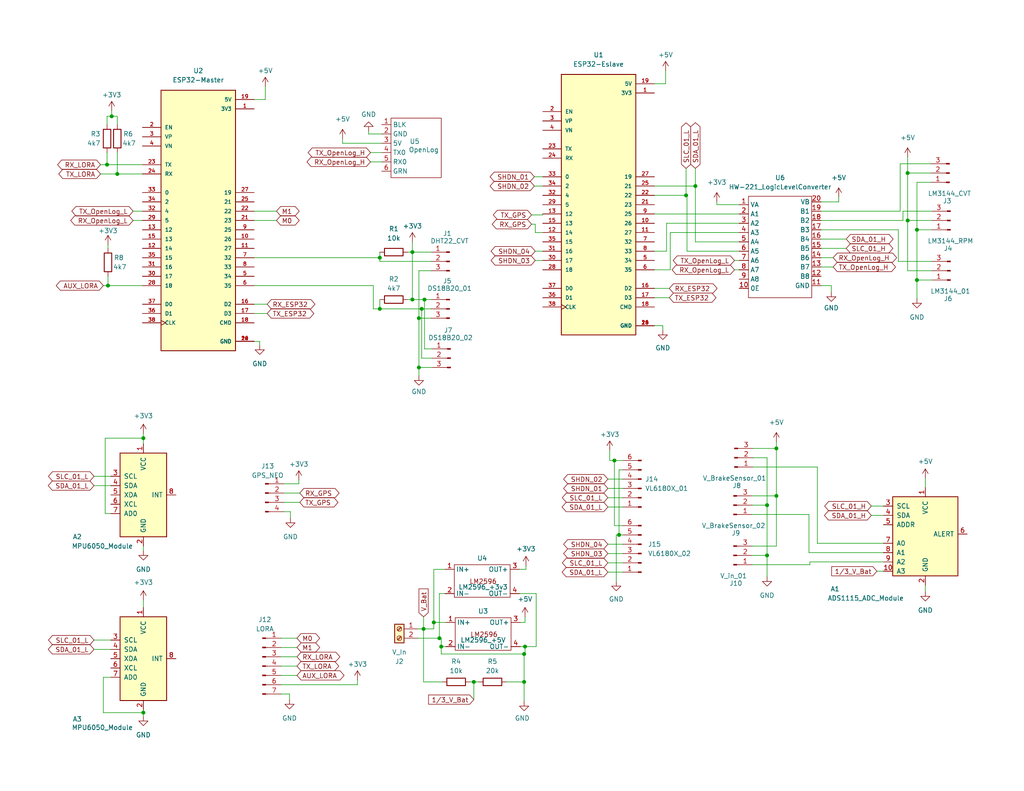
<source format=kicad_sch>
(kicad_sch (version 20230121) (generator eeschema)
  (paper "USLetter")
  (lib_symbols
    (symbol "Charleslabs_Parts:ADS1115_ADC_Module" (pin_names (offset 1.016))
      (property "Reference" "A" (at -8.89 11.43 0))
      (property "Value" "ADS1115_ADC_Module" (at 12.7 11.43 0))
      (symbol "ADS1115_ADC_Module_0_1"
        (rectangle (start -8.89 10.16) (end 8.89 -11.43) (stroke (width 0.254)) (fill (type background)))
      )
      (symbol "ADS1115_ADC_Module_1_1"
        (pin power_in line (at 0 12.7 270) (length 2.54) (name "VCC") (number "1"))
        (pin input line (at -11.43 -10.16 0) (length 2.54) (name "A3") (number "10"))
        (pin power_in line (at 0 -13.97 90) (length 2.54) (name "GND") (number "2"))
        (pin input line (at -11.43 7.62 0) (length 2.54) (name "SCL") (number "3"))
        (pin bidirectional line (at -11.43 5.08 0) (length 2.54) (name "SDA") (number "4"))
        (pin input line (at -11.43 2.54 0) (length 2.54) (name "ADDR") (number "5"))
        (pin output line (at 11.43 0 180) (length 2.54) (name "ALERT") (number "6"))
        (pin input line (at -11.43 -2.54 0) (length 2.54) (name "A0") (number "7"))
        (pin input line (at -11.43 -5.08 0) (length 2.54) (name "A1") (number "8"))
        (pin input line (at -11.43 -7.62 0) (length 2.54) (name "A2") (number "9"))
      )
    )
    (symbol "Charleslabs_Parts:MPU6050_Module" (pin_names (offset 1.016))
      (property "Reference" "A" (at -5.08 12.7 0))
      (property "Value" "MPU6050_Module" (at 8.89 12.7 0))
      (symbol "MPU6050_Module_0_1"
        (rectangle (start -6.35 11.43) (end 6.35 -11.43) (stroke (width 0.254)) (fill (type background)))
      )
      (symbol "MPU6050_Module_1_1"
        (pin power_in line (at 0 13.97 270) (length 2.54) (name "VCC") (number "1"))
        (pin power_in line (at 0 -13.97 90) (length 2.54) (name "GND") (number "2"))
        (pin input line (at -8.89 5.08 0) (length 2.54) (name "SCL") (number "3"))
        (pin input line (at -8.89 2.54 0) (length 2.54) (name "SDA") (number "4"))
        (pin input line (at -8.89 0 0) (length 2.54) (name "XDA") (number "5"))
        (pin input line (at -8.89 -2.54 0) (length 2.54) (name "XCL") (number "6"))
        (pin input line (at -8.89 -5.08 0) (length 2.54) (name "AD0") (number "7"))
        (pin output line (at 8.89 0 180) (length 2.54) (name "INT") (number "8"))
      )
    )
    (symbol "Connector:Conn_01x03_Pin" (pin_names (offset 1.016) hide)
      (property "Reference" "J" (at 0 5.08 0))
      (property "Value" "Conn_01x03_Pin" (at 0 -5.08 0))
      (symbol "Conn_01x03_Pin_1_1"
        (polyline (pts (xy 1.27 -2.54) (xy 0.8636 -2.54)) (stroke (width 0.1524)))
        (polyline (pts (xy 1.27 0) (xy 0.8636 0)) (stroke (width 0.1524)))
        (polyline (pts (xy 1.27 2.54) (xy 0.8636 2.54)) (stroke (width 0.1524)))
        (rectangle (start 0.8636 -2.413) (end 0 -2.667) (stroke (width 0.1524)) (fill (type outline)))
        (rectangle (start 0.8636 0.127) (end 0 -0.127) (stroke (width 0.1524)) (fill (type outline)))
        (rectangle (start 0.8636 2.667) (end 0 2.413) (stroke (width 0.1524)) (fill (type outline)))
        (pin passive line (at 5.08 2.54 180) (length 3.81) (name "Pin_1") (number "1"))
        (pin passive line (at 5.08 0 180) (length 3.81) (name "Pin_2") (number "2"))
        (pin passive line (at 5.08 -2.54 180) (length 3.81) (name "Pin_3") (number "3"))
      )
    )
    (symbol "Connector:Conn_01x04_Pin" (pin_names (offset 1.016) hide)
      (property "Reference" "J" (at 0 5.08 0))
      (property "Value" "Conn_01x04_Pin" (at 0 -7.62 0))
      (symbol "Conn_01x04_Pin_1_1"
        (polyline (pts (xy 1.27 -5.08) (xy 0.8636 -5.08)) (stroke (width 0.1524)))
        (polyline (pts (xy 1.27 -2.54) (xy 0.8636 -2.54)) (stroke (width 0.1524)))
        (polyline (pts (xy 1.27 0) (xy 0.8636 0)) (stroke (width 0.1524)))
        (polyline (pts (xy 1.27 2.54) (xy 0.8636 2.54)) (stroke (width 0.1524)))
        (rectangle (start 0.8636 -4.953) (end 0 -5.207) (stroke (width 0.1524)) (fill (type outline)))
        (rectangle (start 0.8636 -2.413) (end 0 -2.667) (stroke (width 0.1524)) (fill (type outline)))
        (rectangle (start 0.8636 0.127) (end 0 -0.127) (stroke (width 0.1524)) (fill (type outline)))
        (rectangle (start 0.8636 2.667) (end 0 2.413) (stroke (width 0.1524)) (fill (type outline)))
        (pin passive line (at 5.08 2.54 180) (length 3.81) (name "Pin_1") (number "1"))
        (pin passive line (at 5.08 0 180) (length 3.81) (name "Pin_2") (number "2"))
        (pin passive line (at 5.08 -2.54 180) (length 3.81) (name "Pin_3") (number "3"))
        (pin passive line (at 5.08 -5.08 180) (length 3.81) (name "Pin_4") (number "4"))
      )
    )
    (symbol "Connector:Conn_01x06_Pin" (pin_names (offset 1.016) hide)
      (property "Reference" "J" (at 0 7.62 0))
      (property "Value" "Conn_01x06_Pin" (at 0 -10.16 0))
      (symbol "Conn_01x06_Pin_1_1"
        (polyline (pts (xy 1.27 -7.62) (xy 0.8636 -7.62)) (stroke (width 0.1524)))
        (polyline (pts (xy 1.27 -5.08) (xy 0.8636 -5.08)) (stroke (width 0.1524)))
        (polyline (pts (xy 1.27 -2.54) (xy 0.8636 -2.54)) (stroke (width 0.1524)))
        (polyline (pts (xy 1.27 0) (xy 0.8636 0)) (stroke (width 0.1524)))
        (polyline (pts (xy 1.27 2.54) (xy 0.8636 2.54)) (stroke (width 0.1524)))
        (polyline (pts (xy 1.27 5.08) (xy 0.8636 5.08)) (stroke (width 0.1524)))
        (rectangle (start 0.8636 -7.493) (end 0 -7.747) (stroke (width 0.1524)) (fill (type outline)))
        (rectangle (start 0.8636 -4.953) (end 0 -5.207) (stroke (width 0.1524)) (fill (type outline)))
        (rectangle (start 0.8636 -2.413) (end 0 -2.667) (stroke (width 0.1524)) (fill (type outline)))
        (rectangle (start 0.8636 0.127) (end 0 -0.127) (stroke (width 0.1524)) (fill (type outline)))
        (rectangle (start 0.8636 2.667) (end 0 2.413) (stroke (width 0.1524)) (fill (type outline)))
        (rectangle (start 0.8636 5.207) (end 0 4.953) (stroke (width 0.1524)) (fill (type outline)))
        (pin passive line (at 5.08 5.08 180) (length 3.81) (name "Pin_1") (number "1"))
        (pin passive line (at 5.08 2.54 180) (length 3.81) (name "Pin_2") (number "2"))
        (pin passive line (at 5.08 0 180) (length 3.81) (name "Pin_3") (number "3"))
        (pin passive line (at 5.08 -2.54 180) (length 3.81) (name "Pin_4") (number "4"))
        (pin passive line (at 5.08 -5.08 180) (length 3.81) (name "Pin_5") (number "5"))
        (pin passive line (at 5.08 -7.62 180) (length 3.81) (name "Pin_6") (number "6"))
      )
    )
    (symbol "Connector:Conn_01x07_Pin" (pin_names (offset 1.016) hide)
      (property "Reference" "J" (at 0 10.16 0))
      (property "Value" "Conn_01x07_Pin" (at 0 -10.16 0))
      (symbol "Conn_01x07_Pin_1_1"
        (polyline (pts (xy 1.27 -7.62) (xy 0.8636 -7.62)) (stroke (width 0.1524)))
        (polyline (pts (xy 1.27 -5.08) (xy 0.8636 -5.08)) (stroke (width 0.1524)))
        (polyline (pts (xy 1.27 -2.54) (xy 0.8636 -2.54)) (stroke (width 0.1524)))
        (polyline (pts (xy 1.27 0) (xy 0.8636 0)) (stroke (width 0.1524)))
        (polyline (pts (xy 1.27 2.54) (xy 0.8636 2.54)) (stroke (width 0.1524)))
        (polyline (pts (xy 1.27 5.08) (xy 0.8636 5.08)) (stroke (width 0.1524)))
        (polyline (pts (xy 1.27 7.62) (xy 0.8636 7.62)) (stroke (width 0.1524)))
        (rectangle (start 0.8636 -7.493) (end 0 -7.747) (stroke (width 0.1524)) (fill (type outline)))
        (rectangle (start 0.8636 -4.953) (end 0 -5.207) (stroke (width 0.1524)) (fill (type outline)))
        (rectangle (start 0.8636 -2.413) (end 0 -2.667) (stroke (width 0.1524)) (fill (type outline)))
        (rectangle (start 0.8636 0.127) (end 0 -0.127) (stroke (width 0.1524)) (fill (type outline)))
        (rectangle (start 0.8636 2.667) (end 0 2.413) (stroke (width 0.1524)) (fill (type outline)))
        (rectangle (start 0.8636 5.207) (end 0 4.953) (stroke (width 0.1524)) (fill (type outline)))
        (rectangle (start 0.8636 7.747) (end 0 7.493) (stroke (width 0.1524)) (fill (type outline)))
        (pin passive line (at 5.08 7.62 180) (length 3.81) (name "Pin_1") (number "1"))
        (pin passive line (at 5.08 5.08 180) (length 3.81) (name "Pin_2") (number "2"))
        (pin passive line (at 5.08 2.54 180) (length 3.81) (name "Pin_3") (number "3"))
        (pin passive line (at 5.08 0 180) (length 3.81) (name "Pin_4") (number "4"))
        (pin passive line (at 5.08 -2.54 180) (length 3.81) (name "Pin_5") (number "5"))
        (pin passive line (at 5.08 -5.08 180) (length 3.81) (name "Pin_6") (number "6"))
        (pin passive line (at 5.08 -7.62 180) (length 3.81) (name "Pin_7") (number "7"))
      )
    )
    (symbol "Connector:Screw_Terminal_01x02" (pin_names (offset 1.016) hide)
      (property "Reference" "J" (at 0 2.54 0))
      (property "Value" "Screw_Terminal_01x02" (at 0 -5.08 0))
      (symbol "Screw_Terminal_01x02_1_1"
        (rectangle (start -1.27 1.27) (end 1.27 -3.81) (stroke (width 0.254)) (fill (type background)))
        (circle (center 0 -2.54) (radius 0.635) (stroke (width 0.1524)))
        (polyline (pts (xy -0.5334 -2.2098) (xy 0.3302 -3.048)) (stroke (width 0.1524)))
        (polyline (pts (xy -0.5334 0.3302) (xy 0.3302 -0.508)) (stroke (width 0.1524)))
        (polyline (pts (xy -0.3556 -2.032) (xy 0.508 -2.8702)) (stroke (width 0.1524)))
        (polyline (pts (xy -0.3556 0.508) (xy 0.508 -0.3302)) (stroke (width 0.1524)))
        (circle (center 0 0) (radius 0.635) (stroke (width 0.1524)))
        (pin passive line (at -5.08 0 0) (length 3.81) (name "Pin_1") (number "1"))
        (pin passive line (at -5.08 -2.54 0) (length 3.81) (name "Pin_2") (number "2"))
      )
    )
    (symbol "Device:R" (pin_numbers hide) (pin_names (offset 0))
      (property "Reference" "R" (at 2.032 0 90))
      (property "Value" "R" (at 0 0 90))
      (symbol "R_0_1"
        (rectangle (start -1.016 -2.54) (end 1.016 2.54) (stroke (width 0.254)))
      )
      (symbol "R_1_1"
        (pin passive line (at 0 3.81 270) (length 1.27) (name "~") (number "1"))
        (pin passive line (at 0 -3.81 90) (length 1.27) (name "~") (number "2"))
      )
    )
    (symbol "ESP32-DEVKITC-32UE:ESP32-DEVKITC-32UE" (pin_names (offset 1.016))
      (property "Reference" "U" (at -10.16 36.83 0))
      (property "Value" "ESP32-DEVKITC-32UE" (at -10.16 -38.1 0))
      (symbol "ESP32-DEVKITC-32UE_0_0"
        (rectangle (start -10.16 -35.56) (end 10.16 35.56) (stroke (width 0.254)) (fill (type background)))
        (pin power_in line (at 15.24 30.48 180) (length 5.08) (name "3V3") (number "1"))
        (pin bidirectional line (at 15.24 -5.08 180) (length 5.08) (name "26") (number "10"))
        (pin bidirectional line (at 15.24 -7.62 180) (length 5.08) (name "27") (number "11"))
        (pin bidirectional line (at -15.24 -7.62 0) (length 5.08) (name "14") (number "12"))
        (pin bidirectional line (at -15.24 -2.54 0) (length 5.08) (name "12") (number "13"))
        (pin power_in line (at 15.24 -33.02 180) (length 5.08) (name "GND") (number "14"))
        (pin bidirectional line (at -15.24 -5.08 0) (length 5.08) (name "13") (number "15"))
        (pin bidirectional line (at 15.24 -22.86 180) (length 5.08) (name "D2") (number "16"))
        (pin bidirectional line (at 15.24 -25.4 180) (length 5.08) (name "D3") (number "17"))
        (pin bidirectional line (at 15.24 -27.94 180) (length 5.08) (name "CMD") (number "18"))
        (pin power_in line (at 15.24 33.02 180) (length 5.08) (name "5V") (number "19"))
        (pin input line (at -15.24 25.4 0) (length 5.08) (name "EN") (number "2"))
        (pin power_in line (at 15.24 -33.02 180) (length 5.08) (name "GND") (number "20"))
        (pin bidirectional line (at 15.24 0 180) (length 5.08) (name "23") (number "21"))
        (pin bidirectional line (at 15.24 2.54 180) (length 5.08) (name "22") (number "22"))
        (pin bidirectional line (at -15.24 15.24 0) (length 5.08) (name "TX") (number "23"))
        (pin bidirectional line (at -15.24 12.7 0) (length 5.08) (name "RX") (number "24"))
        (pin bidirectional line (at 15.24 5.08 180) (length 5.08) (name "21") (number "25"))
        (pin power_in line (at 15.24 -33.02 180) (length 5.08) (name "GND") (number "26"))
        (pin bidirectional line (at 15.24 7.62 180) (length 5.08) (name "19") (number "27"))
        (pin bidirectional line (at -15.24 -17.78 0) (length 5.08) (name "18") (number "28"))
        (pin bidirectional line (at -15.24 0 0) (length 5.08) (name "5") (number "29"))
        (pin input line (at -15.24 22.86 0) (length 5.08) (name "VP") (number "3"))
        (pin bidirectional line (at -15.24 -15.24 0) (length 5.08) (name "17") (number "30"))
        (pin bidirectional line (at -15.24 -12.7 0) (length 5.08) (name "16") (number "31"))
        (pin bidirectional line (at -15.24 2.54 0) (length 5.08) (name "4") (number "32"))
        (pin bidirectional line (at -15.24 7.62 0) (length 5.08) (name "0") (number "33"))
        (pin bidirectional line (at -15.24 5.08 0) (length 5.08) (name "2") (number "34"))
        (pin bidirectional line (at -15.24 -10.16 0) (length 5.08) (name "15") (number "35"))
        (pin bidirectional line (at -15.24 -25.4 0) (length 5.08) (name "D1") (number "36"))
        (pin bidirectional line (at -15.24 -22.86 0) (length 5.08) (name "D0") (number "37"))
        (pin bidirectional clock (at -15.24 -27.94 0) (length 5.08) (name "CLK") (number "38"))
        (pin input line (at -15.24 20.32 0) (length 5.08) (name "VN") (number "4"))
        (pin bidirectional line (at 15.24 -15.24 180) (length 5.08) (name "34") (number "5"))
        (pin bidirectional line (at 15.24 -17.78 180) (length 5.08) (name "35") (number "6"))
        (pin bidirectional line (at 15.24 -10.16 180) (length 5.08) (name "32") (number "7"))
        (pin bidirectional line (at 15.24 -12.7 180) (length 5.08) (name "33") (number "8"))
        (pin bidirectional line (at 15.24 -2.54 180) (length 5.08) (name "25") (number "9"))
      )
    )
    (symbol "custom_symbols:HW-221"
      (property "Reference" "HW-221" (at 0 0 0))
      (symbol "HW-221_0_0"
        (pin power_in line (at 14.224 12.446 270) (length 2.54) (name "VA") (number "1"))
        (pin bidirectional line (at -8.636 12.446 270) (length 2.54) (name "0E") (number "10"))
        (pin power_in line (at -7.874 -9.906 90) (length 2.54) (name "GND") (number "11"))
        (pin bidirectional line (at -5.334 -9.906 90) (length 2.54) (name "B8") (number "12"))
        (pin bidirectional line (at -2.794 -9.906 90) (length 2.54) (name "B7") (number "13"))
        (pin bidirectional line (at -0.254 -9.906 90) (length 2.54) (name "B6") (number "14"))
        (pin bidirectional line (at 2.286 -9.906 90) (length 2.54) (name "B5") (number "15"))
        (pin bidirectional line (at 4.826 -9.906 90) (length 2.54) (name "B4") (number "16"))
        (pin bidirectional line (at 7.366 -9.906 90) (length 2.54) (name "B3") (number "17"))
        (pin bidirectional line (at 9.906 -9.906 90) (length 2.54) (name "B2") (number "18"))
        (pin bidirectional line (at 12.446 -9.906 90) (length 2.54) (name "B1") (number "19"))
        (pin bidirectional line (at 11.684 12.446 270) (length 2.54) (name "A1") (number "2"))
        (pin power_in line (at 14.986 -9.906 90) (length 2.54) (name "VB") (number "20"))
        (pin bidirectional line (at 9.144 12.446 270) (length 2.54) (name "A2") (number "3"))
        (pin bidirectional line (at 6.604 12.446 270) (length 2.54) (name "A3") (number "4"))
        (pin bidirectional line (at 4.064 12.446 270) (length 2.54) (name "A4") (number "5"))
        (pin bidirectional line (at 1.524 12.446 270) (length 2.54) (name "A5") (number "6"))
        (pin bidirectional line (at -1.016 12.446 270) (length 2.54) (name "A6") (number "7"))
        (pin bidirectional line (at -3.556 12.446 270) (length 2.54) (name "A7") (number "8"))
        (pin bidirectional line (at -6.096 12.446 270) (length 2.54) (name "A8") (number "9"))
      )
      (symbol "HW-221_0_1"
        (rectangle (start -11.176 9.906) (end 16.51 -7.366))
      )
    )
    (symbol "custom_symbols:LM2596"
      (property "Reference" "U" (at -5.588 6.35 0))
      (symbol "LM2596_0_0"
        (pin power_in line (at -9.652 3.302 0) (length 2.54) (name "IN+") (number "1"))
        (pin power_in line (at -9.652 -3.302 0) (length 2.54) (name "IN-") (number "2"))
        (pin power_out line (at 10.668 3.302 180) (length 2.54) (name "OUT+") (number "3"))
        (pin power_out line (at 10.668 -3.302 180) (length 2.54) (name "OUT-") (number "4"))
      )
      (symbol "LM2596_0_1"
        (rectangle (start -7.112 4.572) (end 8.128 -4.318))
      )
      (symbol "LM2596_1_1"
        (text "LM2596\n" (at 0.762 0 0) (effects (font (size 1.27 1.27))))
      )
    )
    (symbol "custom_symbols:OpenLog"
      (property "Reference" "U" (at -1.27 1.524 0))
      (property "Value" "OpenLog" (at 1.778 -0.508 0))
      (symbol "OpenLog_0_1"
        (rectangle (start 6.096 8.382) (end -7.62 -7.874))
      )
      (symbol "OpenLog_1_1"
        (pin input line (at -10.16 6.604 0) (length 2.54) (name "BLK") (number "1"))
        (pin input line (at -10.16 4.064 0) (length 2.54) (name "GND") (number "2"))
        (pin input line (at -10.16 1.524 0) (length 2.54) (name "5V") (number "3"))
        (pin bidirectional line (at -10.16 -1.016 0) (length 2.54) (name "TX0") (number "4"))
        (pin bidirectional line (at -10.16 -3.556 0) (length 2.54) (name "RX0") (number "5"))
        (pin input line (at -10.16 -6.096 0) (length 2.54) (name "GRN") (number "6"))
      )
    )
    (symbol "power:+3V3" (power) (pin_names (offset 0))
      (property "Value" "+3V3" (at 0 3.556 0))
      (symbol "+3V3_0_1"
        (polyline (pts (xy -0.762 1.27) (xy 0 2.54)))
        (polyline (pts (xy 0 0) (xy 0 2.54)))
        (polyline (pts (xy 0 2.54) (xy 0.762 1.27)))
      )
      (symbol "+3V3_1_1"
        (pin power_in line (at 0 0 90) (length 0) hide (name "+3V3") (number "1"))
      )
    )
    (symbol "power:+5V" (power) (pin_names (offset 0))
      (property "Value" "+5V" (at 0 3.556 0))
      (symbol "+5V_0_1"
        (polyline (pts (xy -0.762 1.27) (xy 0 2.54)))
        (polyline (pts (xy 0 0) (xy 0 2.54)))
        (polyline (pts (xy 0 2.54) (xy 0.762 1.27)))
      )
      (symbol "+5V_1_1"
        (pin power_in line (at 0 0 90) (length 0) hide (name "+5V") (number "1"))
      )
    )
    (symbol "power:GND" (power) (pin_names (offset 0))
      (property "Value" "GND" (at 0 -3.81 0))
      (symbol "GND_0_1"
        (polyline (pts (xy 0 0) (xy 0 -1.27) (xy 1.27 -1.27) (xy 0 -2.54) (xy -1.27 -1.27) (xy 0 -1.27)))
      )
      (symbol "GND_1_1"
        (pin power_in line (at 0 0 270) (length 0) hide (name "GND") (number "1"))
      )
    )
  )
  (junction (at 114.3 86.868))
  (junction (at 187.198 53.34))
  (junction (at 211.836 122.428))
  (junction (at 118.364 169.926))
  (junction (at 112.522 81.788))
  (junction (at 39.116 119.634))
  (junction (at 250.19 76.454))
  (junction (at 103.632 70.358))
  (junction (at 119.888 174.244))
  (junction (at 32.004 47.498))
  (junction (at 143.002 186.182))
  (junction (at 120.396 176.53))
  (junction (at 103.632 84.328))
  (junction (at 29.21 44.958))
  (junction (at 129.286 186.182))
  (junction (at 115.824 81.788))
  (junction (at 168.91 146.05))
  (junction (at 115.57 171.704))
  (junction (at 189.738 50.8))
  (junction (at 247.65 60.198))
  (junction (at 143.256 176.53))
  (junction (at 112.522 68.834))
  (junction (at 209.296 151.638))
  (junction (at 143.002 178.562))
  (junction (at 29.464 77.978))
  (junction (at 39.116 194.564))
  (junction (at 209.296 137.922))
  (junction (at 167.64 125.73))
  (junction (at 247.65 47.244))
  (junction (at 250.19 62.738))
  (junction (at 114.3 100.33))
  (junction (at 211.836 135.382))
  (junction (at 30.48 31.75))
  (junction (at 115.062 84.328))
  (wire (pts (xy 247.65 47.244) (xy 247.65 60.198)))
  (wire (pts (xy 178.562 58.42) (xy 201.676 58.42)))
  (wire (pts (xy 77.47 132.08) (xy 81.534 132.08)))
  (wire (pts (xy 69.342 70.358) (xy 103.632 70.358)))
  (wire (pts (xy 178.562 81.28) (xy 182.626 81.28)))
  (wire (pts (xy 115.062 97.79) (xy 115.062 84.328)))
  (wire (pts (xy 141.986 169.926) (xy 143.256 169.926)))
  (wire (pts (xy 119.888 174.244) (xy 120.396 174.244)))
  (wire (pts (xy 220.98 153.416) (xy 220.98 154.178)))
  (wire (pts (xy 187.198 53.34) (xy 187.452 53.34)))
  (wire (pts (xy 167.64 125.73) (xy 169.926 125.73)))
  (wire (pts (xy 178.562 78.74) (xy 182.626 78.74)))
  (wire (pts (xy 28.702 119.634) (xy 39.116 119.634)))
  (wire (pts (xy 167.64 143.51) (xy 167.64 125.73)))
  (wire (pts (xy 145.796 50.8) (xy 148.082 50.8)))
  (wire (pts (xy 245.11 71.374) (xy 254.254 71.374)))
  (wire (pts (xy 39.116 163.83) (xy 39.116 165.862)))
  (wire (pts (xy 32.004 47.498) (xy 38.862 47.498)))
  (wire (pts (xy 146.304 176.53) (xy 143.256 176.53)))
  (wire (pts (xy 117.856 97.79) (xy 115.062 97.79)))
  (wire (pts (xy 79.248 139.7) (xy 77.47 139.7)))
  (wire (pts (xy 76.708 186.944) (xy 97.536 186.944)))
  (wire (pts (xy 143.256 169.926) (xy 143.256 168.402)))
  (wire (pts (xy 254.254 57.658) (xy 246.38 57.658)))
  (wire (pts (xy 250.19 49.784) (xy 254 49.784)))
  (wire (pts (xy 93.472 39.116) (xy 93.472 37.846)))
  (wire (pts (xy 121.412 155.448) (xy 118.364 155.448)))
  (wire (pts (xy 115.57 171.704) (xy 118.364 171.704)))
  (wire (pts (xy 209.296 137.922) (xy 209.296 151.638)))
  (wire (pts (xy 181.864 68.58) (xy 181.864 60.96)))
  (wire (pts (xy 104.14 36.576) (xy 100.584 36.576)))
  (wire (pts (xy 115.824 95.25) (xy 115.824 81.788)))
  (wire (pts (xy 148.082 58.674) (xy 148.082 58.42)))
  (wire (pts (xy 25.654 130.048) (xy 30.226 130.048)))
  (wire (pts (xy 112.522 66.04) (xy 112.522 68.834)))
  (wire (pts (xy 224.028 67.818) (xy 230.886 67.818)))
  (wire (pts (xy 115.824 81.788) (xy 112.522 81.788)))
  (wire (pts (xy 178.562 68.58) (xy 181.864 68.58)))
  (wire (pts (xy 224.028 77.978) (xy 226.822 77.978)))
  (wire (pts (xy 247.65 47.244) (xy 254 47.244)))
  (wire (pts (xy 178.562 22.86) (xy 181.61 22.86)))
  (wire (pts (xy 128.27 186.182) (xy 129.286 186.182)))
  (wire (pts (xy 29.464 75.438) (xy 29.464 77.978)))
  (wire (pts (xy 103.632 81.788) (xy 103.632 84.328)))
  (wire (pts (xy 76.708 189.484) (xy 78.994 189.484)))
  (wire (pts (xy 25.654 177.292) (xy 30.226 177.292)))
  (wire (pts (xy 181.61 22.86) (xy 181.61 19.304)))
  (wire (pts (xy 205.232 154.178) (xy 220.98 154.178)))
  (wire (pts (xy 114.3 86.868) (xy 114.3 73.914)))
  (wire (pts (xy 114.046 171.704) (xy 115.57 171.704)))
  (wire (pts (xy 29.21 44.958) (xy 38.862 44.958)))
  (wire (pts (xy 165.862 135.89) (xy 169.926 135.89)))
  (wire (pts (xy 211.836 135.382) (xy 205.232 135.382)))
  (wire (pts (xy 119.888 162.052) (xy 119.888 174.244)))
  (wire (pts (xy 165.862 151.13) (xy 169.926 151.13)))
  (wire (pts (xy 250.19 62.738) (xy 254.254 62.738)))
  (wire (pts (xy 103.632 71.374) (xy 103.632 70.358)))
  (wire (pts (xy 187.452 53.34) (xy 187.452 68.58)))
  (wire (pts (xy 114.046 174.244) (xy 119.888 174.244)))
  (wire (pts (xy 247.65 42.926) (xy 247.65 47.244)))
  (wire (pts (xy 187.198 45.974) (xy 187.198 53.34)))
  (wire (pts (xy 32.004 41.656) (xy 32.004 47.498)))
  (wire (pts (xy 178.562 53.34) (xy 187.198 53.34)))
  (wire (pts (xy 211.836 122.428) (xy 205.486 122.428)))
  (wire (pts (xy 143.002 178.562) (xy 143.256 178.562)))
  (wire (pts (xy 77.47 137.16) (xy 81.788 137.16)))
  (wire (pts (xy 143.002 186.182) (xy 143.002 191.516)))
  (wire (pts (xy 241.046 150.876) (xy 220.726 150.876)))
  (wire (pts (xy 247.65 60.198) (xy 247.65 73.914)))
  (wire (pts (xy 30.226 140.208) (xy 28.702 140.208)))
  (wire (pts (xy 211.836 135.382) (xy 211.836 149.098)))
  (wire (pts (xy 250.19 81.534) (xy 250.19 76.454)))
  (wire (pts (xy 200.406 71.12) (xy 201.676 71.12)))
  (wire (pts (xy 205.232 149.098) (xy 211.836 149.098)))
  (wire (pts (xy 247.65 60.198) (xy 254.254 60.198)))
  (wire (pts (xy 205.232 151.638) (xy 209.296 151.638)))
  (wire (pts (xy 118.364 169.926) (xy 118.364 171.704)))
  (wire (pts (xy 143.51 155.448) (xy 143.51 154.432)))
  (wire (pts (xy 250.19 62.738) (xy 250.19 49.784)))
  (wire (pts (xy 29.464 77.978) (xy 38.862 77.978)))
  (wire (pts (xy 224.028 70.358) (xy 227.33 70.358)))
  (wire (pts (xy 112.522 81.788) (xy 111.252 81.788)))
  (wire (pts (xy 223.012 127.508) (xy 223.012 148.336)))
  (wire (pts (xy 97.536 186.944) (xy 97.536 185.674)))
  (wire (pts (xy 70.866 93.218) (xy 70.866 94.234)))
  (wire (pts (xy 28.702 140.208) (xy 28.702 119.634)))
  (wire (pts (xy 146.05 71.12) (xy 148.082 71.12)))
  (wire (pts (xy 138.176 186.182) (xy 143.002 186.182)))
  (wire (pts (xy 246.38 60.198) (xy 224.028 60.198)))
  (wire (pts (xy 237.744 138.176) (xy 241.046 138.176)))
  (wire (pts (xy 205.486 127.508) (xy 223.012 127.508)))
  (wire (pts (xy 81.534 131.064) (xy 81.534 132.08)))
  (wire (pts (xy 117.602 71.374) (xy 103.632 71.374)))
  (wire (pts (xy 78.994 189.484) (xy 78.994 191.008)))
  (wire (pts (xy 209.296 124.968) (xy 209.296 137.922)))
  (wire (pts (xy 114.3 100.33) (xy 114.3 86.868)))
  (wire (pts (xy 39.116 194.564) (xy 39.116 195.58)))
  (wire (pts (xy 209.296 151.638) (xy 209.296 157.48)))
  (wire (pts (xy 27.432 44.958) (xy 29.21 44.958)))
  (wire (pts (xy 254.254 73.914) (xy 247.65 73.914)))
  (wire (pts (xy 178.562 73.66) (xy 182.88 73.66)))
  (wire (pts (xy 168.148 146.05) (xy 168.91 146.05)))
  (wire (pts (xy 189.738 45.974) (xy 189.738 50.8)))
  (wire (pts (xy 205.486 124.968) (xy 209.296 124.968)))
  (wire (pts (xy 169.926 143.51) (xy 167.64 143.51)))
  (wire (pts (xy 120.396 174.244) (xy 120.396 176.53)))
  (wire (pts (xy 211.836 120.65) (xy 211.836 122.428)))
  (wire (pts (xy 252.476 159.766) (xy 252.476 161.544)))
  (wire (pts (xy 29.464 66.802) (xy 29.464 67.818)))
  (wire (pts (xy 168.91 128.27) (xy 168.91 146.05)))
  (wire (pts (xy 79.248 141.478) (xy 79.248 139.7)))
  (wire (pts (xy 101.092 44.196) (xy 104.14 44.196)))
  (wire (pts (xy 182.88 73.66) (xy 182.88 63.5)))
  (wire (pts (xy 178.562 88.9) (xy 180.848 88.9)))
  (wire (pts (xy 120.396 178.562) (xy 143.002 178.562)))
  (wire (pts (xy 165.862 133.35) (xy 169.926 133.35)))
  (wire (pts (xy 226.822 77.978) (xy 226.822 79.756)))
  (wire (pts (xy 72.39 27.178) (xy 72.39 23.622)))
  (wire (pts (xy 169.926 128.27) (xy 168.91 128.27)))
  (wire (pts (xy 129.286 186.182) (xy 129.286 191.008)))
  (wire (pts (xy 112.522 68.834) (xy 112.522 81.788)))
  (wire (pts (xy 141.732 162.052) (xy 146.304 162.052)))
  (wire (pts (xy 115.57 168.402) (xy 115.57 171.704)))
  (wire (pts (xy 165.862 156.21) (xy 169.926 156.21)))
  (wire (pts (xy 76.708 179.324) (xy 81.026 179.324)))
  (wire (pts (xy 205.232 140.462) (xy 220.726 140.462)))
  (wire (pts (xy 32.004 34.036) (xy 32.004 31.75)))
  (wire (pts (xy 237.744 140.716) (xy 241.046 140.716)))
  (wire (pts (xy 28.194 194.564) (xy 39.116 194.564)))
  (wire (pts (xy 246.38 57.658) (xy 246.38 60.198)))
  (wire (pts (xy 69.342 27.178) (xy 72.39 27.178)))
  (wire (pts (xy 166.37 122.936) (xy 166.37 125.73)))
  (wire (pts (xy 120.396 176.53) (xy 120.396 178.562)))
  (wire (pts (xy 182.88 63.5) (xy 201.676 63.5)))
  (wire (pts (xy 32.004 31.75) (xy 30.48 31.75)))
  (wire (pts (xy 39.116 149.098) (xy 39.116 150.368)))
  (wire (pts (xy 121.412 162.052) (xy 119.888 162.052)))
  (wire (pts (xy 100.584 36.576) (xy 100.584 35.814)))
  (wire (pts (xy 187.452 68.58) (xy 201.676 68.58)))
  (wire (pts (xy 148.082 63.5) (xy 146.05 63.5)))
  (wire (pts (xy 146.05 61.214) (xy 145.034 61.214)))
  (wire (pts (xy 27.432 47.498) (xy 32.004 47.498)))
  (wire (pts (xy 29.21 41.656) (xy 29.21 44.958)))
  (wire (pts (xy 168.91 146.05) (xy 169.926 146.05)))
  (wire (pts (xy 220.726 140.462) (xy 220.726 150.876)))
  (wire (pts (xy 120.396 176.53) (xy 121.666 176.53)))
  (wire (pts (xy 39.116 118.364) (xy 39.116 119.634)))
  (wire (pts (xy 224.028 65.278) (xy 230.886 65.278)))
  (wire (pts (xy 201.676 60.96) (xy 181.864 60.96)))
  (wire (pts (xy 166.37 125.73) (xy 167.64 125.73)))
  (wire (pts (xy 245.11 62.738) (xy 245.11 71.374)))
  (wire (pts (xy 114.3 100.33) (xy 114.3 102.616)))
  (wire (pts (xy 146.05 63.5) (xy 146.05 61.214)))
  (wire (pts (xy 250.19 76.454) (xy 254.254 76.454)))
  (wire (pts (xy 76.708 176.784) (xy 81.026 176.784)))
  (wire (pts (xy 101.854 84.328) (xy 103.632 84.328)))
  (wire (pts (xy 39.116 119.634) (xy 39.116 121.158)))
  (wire (pts (xy 25.654 174.752) (xy 30.226 174.752)))
  (wire (pts (xy 180.848 88.9) (xy 180.848 90.17)))
  (wire (pts (xy 224.028 55.118) (xy 228.854 55.118)))
  (wire (pts (xy 254 44.704) (xy 245.618 44.704)))
  (wire (pts (xy 76.708 174.244) (xy 81.026 174.244)))
  (wire (pts (xy 114.3 73.914) (xy 117.602 73.914)))
  (wire (pts (xy 245.618 44.704) (xy 245.618 57.658)))
  (wire (pts (xy 189.738 66.04) (xy 201.676 66.04)))
  (wire (pts (xy 28.194 184.912) (xy 28.194 194.564)))
  (wire (pts (xy 211.836 122.428) (xy 211.836 135.382)))
  (wire (pts (xy 69.342 83.058) (xy 72.898 83.058)))
  (wire (pts (xy 117.856 95.25) (xy 115.824 95.25)))
  (wire (pts (xy 93.472 39.116) (xy 104.14 39.116)))
  (wire (pts (xy 29.21 34.036) (xy 29.21 31.75)))
  (wire (pts (xy 103.632 68.834) (xy 103.632 70.358)))
  (wire (pts (xy 76.708 184.404) (xy 81.026 184.404)))
  (wire (pts (xy 145.034 58.674) (xy 148.082 58.674)))
  (wire (pts (xy 189.738 50.8) (xy 189.738 66.04)))
  (wire (pts (xy 36.322 60.198) (xy 38.862 60.198)))
  (wire (pts (xy 168.148 158.75) (xy 168.148 146.05)))
  (wire (pts (xy 115.57 186.182) (xy 115.57 171.704)))
  (wire (pts (xy 143.002 178.562) (xy 143.002 186.182)))
  (wire (pts (xy 28.194 77.978) (xy 29.464 77.978)))
  (wire (pts (xy 101.092 41.656) (xy 104.14 41.656)))
  (wire (pts (xy 120.65 186.182) (xy 115.57 186.182)))
  (wire (pts (xy 220.98 153.416) (xy 241.046 153.416)))
  (wire (pts (xy 224.028 57.658) (xy 245.618 57.658)))
  (wire (pts (xy 117.602 86.868) (xy 114.3 86.868)))
  (wire (pts (xy 195.58 55.118) (xy 195.58 55.88)))
  (wire (pts (xy 117.602 84.328) (xy 115.062 84.328)))
  (wire (pts (xy 69.342 77.978) (xy 101.854 77.978)))
  (wire (pts (xy 36.322 57.658) (xy 38.862 57.658)))
  (wire (pts (xy 205.232 137.922) (xy 209.296 137.922)))
  (wire (pts (xy 112.522 68.834) (xy 111.252 68.834)))
  (wire (pts (xy 165.862 153.67) (xy 169.926 153.67)))
  (wire (pts (xy 30.48 31.75) (xy 30.48 30.226)))
  (wire (pts (xy 117.602 68.834) (xy 112.522 68.834)))
  (wire (pts (xy 252.476 130.556) (xy 252.476 133.096)))
  (wire (pts (xy 141.732 155.448) (xy 143.51 155.448)))
  (wire (pts (xy 115.062 84.328) (xy 103.632 84.328)))
  (wire (pts (xy 25.654 132.588) (xy 30.226 132.588)))
  (wire (pts (xy 143.256 176.53) (xy 143.256 178.562)))
  (wire (pts (xy 145.796 48.26) (xy 148.082 48.26)))
  (wire (pts (xy 117.602 81.788) (xy 115.824 81.788)))
  (wire (pts (xy 224.028 62.738) (xy 245.11 62.738)))
  (wire (pts (xy 77.47 134.62) (xy 81.788 134.62)))
  (wire (pts (xy 69.342 85.598) (xy 72.898 85.598)))
  (wire (pts (xy 223.012 148.336) (xy 241.046 148.336)))
  (wire (pts (xy 118.364 169.926) (xy 121.666 169.926)))
  (wire (pts (xy 178.562 50.8) (xy 189.738 50.8)))
  (wire (pts (xy 239.268 155.956) (xy 241.046 155.956)))
  (wire (pts (xy 165.862 148.59) (xy 169.926 148.59)))
  (wire (pts (xy 30.226 184.912) (xy 28.194 184.912)))
  (wire (pts (xy 129.286 186.182) (xy 130.556 186.182)))
  (wire (pts (xy 39.116 193.802) (xy 39.116 194.564)))
  (wire (pts (xy 165.862 138.43) (xy 169.926 138.43)))
  (wire (pts (xy 165.862 130.81) (xy 169.926 130.81)))
  (wire (pts (xy 146.05 68.58) (xy 148.082 68.58)))
  (wire (pts (xy 69.342 60.198) (xy 75.438 60.198)))
  (wire (pts (xy 141.986 176.53) (xy 143.256 176.53)))
  (wire (pts (xy 228.854 55.118) (xy 228.854 53.848)))
  (wire (pts (xy 29.21 31.75) (xy 30.48 31.75)))
  (wire (pts (xy 195.58 55.88) (xy 201.676 55.88)))
  (wire (pts (xy 69.342 57.658) (xy 75.438 57.658)))
  (wire (pts (xy 69.342 93.218) (xy 70.866 93.218)))
  (wire (pts (xy 250.19 76.454) (xy 250.19 62.738)))
  (wire (pts (xy 118.364 155.448) (xy 118.364 169.926)))
  (wire (pts (xy 101.854 77.978) (xy 101.854 84.328)))
  (wire (pts (xy 146.304 162.052) (xy 146.304 176.53)))
  (wire (pts (xy 76.708 181.864) (xy 81.026 181.864)))
  (wire (pts (xy 200.406 73.66) (xy 201.676 73.66)))
  (wire (pts (xy 224.028 72.898) (xy 227.33 72.898)))
  (wire (pts (xy 117.856 100.33) (xy 114.3 100.33)))
  (global_label "1{slash}3_V_Bat" (shape input) (at 129.286 191.008 180) (property "Intersheetrefs" "${INTERSHEET_REFS}" (effects hide)))
  (global_label "SDA_01_H" (shape bidirectional) (at 237.744 140.716 180) (property "Intersheetrefs" "${INTERSHEET_REFS}" (effects hide)))
  (global_label "SDA_01_H" (shape bidirectional) (at 230.886 65.278 0) (property "Intersheetrefs" "${INTERSHEET_REFS}" (effects hide)))
  (global_label "SLC_01_H" (shape bidirectional) (at 237.744 138.176 180) (property "Intersheetrefs" "${INTERSHEET_REFS}" (effects hide)))
  (global_label "TX_LORA" (shape bidirectional) (at 27.432 47.498 180) (property "Intersheetrefs" "${INTERSHEET_REFS}" (effects hide)))
  (global_label "RX_ESP32" (shape bidirectional) (at 182.626 78.74 0) (property "Intersheetrefs" "${INTERSHEET_REFS}" (effects hide)))
  (global_label "RX_OpenLog_L" (shape bidirectional) (at 200.406 73.66 180) (property "Intersheetrefs" "${INTERSHEET_REFS}" (effects hide)))
  (global_label "TX_ESP32" (shape bidirectional) (at 72.898 85.598 0) (property "Intersheetrefs" "${INTERSHEET_REFS}" (effects hide)))
  (global_label "SDA_01_L" (shape bidirectional) (at 25.654 177.292 180) (property "Intersheetrefs" "${INTERSHEET_REFS}" (effects hide)))
  (global_label "RX_GPS" (shape bidirectional) (at 81.788 134.62 0) (property "Intersheetrefs" "${INTERSHEET_REFS}" (effects hide)))
  (global_label "TX_GPS" (shape bidirectional) (at 81.788 137.16 0) (property "Intersheetrefs" "${INTERSHEET_REFS}" (effects hide)))
  (global_label "SHDN_01" (shape bidirectional) (at 165.862 133.35 180) (property "Intersheetrefs" "${INTERSHEET_REFS}" (effects hide)))
  (global_label "RX_LORA" (shape bidirectional) (at 81.026 179.324 0) (property "Intersheetrefs" "${INTERSHEET_REFS}" (effects hide)))
  (global_label "AUX_LORA" (shape bidirectional) (at 28.194 77.978 180) (property "Intersheetrefs" "${INTERSHEET_REFS}" (effects hide)))
  (global_label "RX_OpenLog_H" (shape bidirectional) (at 101.092 44.196 180) (property "Intersheetrefs" "${INTERSHEET_REFS}" (effects hide)))
  (global_label "M1" (shape bidirectional) (at 75.438 57.658 0) (property "Intersheetrefs" "${INTERSHEET_REFS}" (effects hide)))
  (global_label "M0" (shape bidirectional) (at 81.026 174.244 0) (property "Intersheetrefs" "${INTERSHEET_REFS}" (effects hide)))
  (global_label "TX_OpenLog_L" (shape bidirectional) (at 200.406 71.12 180) (property "Intersheetrefs" "${INTERSHEET_REFS}" (effects hide)))
  (global_label "SHDN_01" (shape bidirectional) (at 145.796 48.26 180) (property "Intersheetrefs" "${INTERSHEET_REFS}" (effects hide)))
  (global_label "SLC_01_H" (shape bidirectional) (at 230.886 67.818 0) (property "Intersheetrefs" "${INTERSHEET_REFS}" (effects hide)))
  (global_label "RX_LORA" (shape bidirectional) (at 27.432 44.958 180) (property "Intersheetrefs" "${INTERSHEET_REFS}" (effects hide)))
  (global_label "SDA_01_L" (shape bidirectional) (at 165.862 138.43 180) (property "Intersheetrefs" "${INTERSHEET_REFS}" (effects hide)))
  (global_label "RX_ESP32" (shape bidirectional) (at 72.898 83.058 0) (property "Intersheetrefs" "${INTERSHEET_REFS}" (effects hide)))
  (global_label "RX_OpenLog_H" (shape bidirectional) (at 227.33 70.358 0) (property "Intersheetrefs" "${INTERSHEET_REFS}" (effects hide)))
  (global_label "SLC_01_L" (shape bidirectional) (at 187.198 45.974 90) (property "Intersheetrefs" "${INTERSHEET_REFS}" (effects hide)))
  (global_label "TX_ESP32" (shape bidirectional) (at 182.626 81.28 0) (property "Intersheetrefs" "${INTERSHEET_REFS}" (effects hide)))
  (global_label "SDA_01_L" (shape bidirectional) (at 189.738 45.974 90) (property "Intersheetrefs" "${INTERSHEET_REFS}" (effects hide)))
  (global_label "TX_OpenLog_H" (shape bidirectional) (at 101.092 41.656 180) (property "Intersheetrefs" "${INTERSHEET_REFS}" (effects hide)))
  (global_label "SHDN_03" (shape bidirectional) (at 165.862 151.13 180) (property "Intersheetrefs" "${INTERSHEET_REFS}" (effects hide)))
  (global_label "TX_GPS" (shape bidirectional) (at 145.034 58.674 180) (property "Intersheetrefs" "${INTERSHEET_REFS}" (effects hide)))
  (global_label "RX_OpenLog_L" (shape bidirectional) (at 36.322 60.198 180) (property "Intersheetrefs" "${INTERSHEET_REFS}" (effects hide)))
  (global_label "SDA_01_L" (shape bidirectional) (at 165.862 156.21 180) (property "Intersheetrefs" "${INTERSHEET_REFS}" (effects hide)))
  (global_label "V_Bat" (shape input) (at 115.57 168.402 90) (property "Intersheetrefs" "${INTERSHEET_REFS}" (effects hide)))
  (global_label "TX_OpenLog_H" (shape bidirectional) (at 227.33 72.898 0) (property "Intersheetrefs" "${INTERSHEET_REFS}" (effects hide)))
  (global_label "1{slash}3_V_Bat" (shape input) (at 239.268 155.956 180) (property "Intersheetrefs" "${INTERSHEET_REFS}" (effects hide)))
  (global_label "SLC_01_L" (shape bidirectional) (at 165.862 153.67 180) (property "Intersheetrefs" "${INTERSHEET_REFS}" (effects hide)))
  (global_label "SHDN_04" (shape bidirectional) (at 165.862 148.59 180) (property "Intersheetrefs" "${INTERSHEET_REFS}" (effects hide)))
  (global_label "SHDN_03" (shape bidirectional) (at 146.05 71.12 180) (property "Intersheetrefs" "${INTERSHEET_REFS}" (effects hide)))
  (global_label "M1" (shape bidirectional) (at 81.026 176.784 0) (property "Intersheetrefs" "${INTERSHEET_REFS}" (effects hide)))
  (global_label "SHDN_04" (shape bidirectional) (at 146.05 68.58 180) (property "Intersheetrefs" "${INTERSHEET_REFS}" (effects hide)))
  (global_label "SLC_01_L" (shape bidirectional) (at 25.654 130.048 180) (property "Intersheetrefs" "${INTERSHEET_REFS}" (effects hide)))
  (global_label "RX_GPS" (shape bidirectional) (at 145.034 61.214 180) (property "Intersheetrefs" "${INTERSHEET_REFS}" (effects hide)))
  (global_label "TX_LORA" (shape bidirectional) (at 81.026 181.864 0) (property "Intersheetrefs" "${INTERSHEET_REFS}" (effects hide)))
  (global_label "SHDN_02" (shape bidirectional) (at 165.862 130.81 180) (property "Intersheetrefs" "${INTERSHEET_REFS}" (effects hide)))
  (global_label "TX_OpenLog_L" (shape bidirectional) (at 36.322 57.658 180) (property "Intersheetrefs" "${INTERSHEET_REFS}" (effects hide)))
  (global_label "SLC_01_L" (shape bidirectional) (at 25.654 174.752 180) (property "Intersheetrefs" "${INTERSHEET_REFS}" (effects hide)))
  (global_label "M0" (shape bidirectional) (at 75.438 60.198 0) (property "Intersheetrefs" "${INTERSHEET_REFS}" (effects hide)))
  (global_label "SDA_01_L" (shape bidirectional) (at 25.654 132.588 180) (property "Intersheetrefs" "${INTERSHEET_REFS}" (effects hide)))
  (global_label "AUX_LORA" (shape bidirectional) (at 81.026 184.404 0) (property "Intersheetrefs" "${INTERSHEET_REFS}" (effects hide)))
  (global_label "SLC_01_L" (shape bidirectional) (at 165.862 135.89 180) (property "Intersheetrefs" "${INTERSHEET_REFS}" (effects hide)))
  (global_label "SHDN_02" (shape bidirectional) (at 145.796 50.8 180) (property "Intersheetrefs" "${INTERSHEET_REFS}" (effects hide)))
  (symbol (lib_id "power:+3V3") (at 29.464 66.802 0) (unit 1)
    (property "Reference" "#PWR028" (effects hide))
    (property "Value" "+3V3" (at 29.464 62.992 0))
  )
  (symbol (lib_id "Device:R") (at 29.464 71.628 0) (mirror x) (unit 1)
    (property "Reference" "R8" (at 33.782 70.358 0) (effects (justify right)))
    (property "Value" "4k7" (at 34.544 72.898 0) (effects (justify right)))
    (property "Footprint" "Resistor_THT:R_Axial_DIN0207_L6.3mm_D2.5mm_P7.62mm_Horizontal" (effects hide))
  )
  (symbol (lib_id "custom_symbols:LM2596") (at 131.064 158.75 0) (unit 1)
    (property "Reference" "U4" (at 131.572 152.4 0))
    (property "Value" "LM2596_+3v3" (at 131.826 160.274 0))
    (property "Footprint" "DC_DC_LM2596_small:DC_DC_LM2596_small" (effects hide))
  )
  (symbol (lib_id "Connector:Conn_01x03_Pin") (at 122.936 97.79 0) (mirror y) (unit 1)
    (property "Reference" "J7" (at 122.301 90.17 0))
    (property "Value" "DS18B20_02" (at 122.936 92.202 0))
    (property "Footprint" "Connector_PinHeader_2.54mm:PinHeader_1x03_P2.54mm_Vertical" (effects hide))
  )
  (symbol (lib_id "power:+5V") (at 247.65 42.926 0) (unit 1)
    (property "Reference" "#PWR020" (effects hide))
    (property "Value" "+5V" (at 247.65 37.592 0))
  )
  (symbol (lib_id "Device:R") (at 124.46 186.182 90) (unit 1)
    (property "Reference" "R4" (at 124.46 180.594 90))
    (property "Value" "10k" (at 124.46 183.134 90))
    (property "Footprint" "Resistor_THT:R_Axial_DIN0207_L6.3mm_D2.5mm_P7.62mm_Horizontal" (effects hide))
  )
  (symbol (lib_id "power:GND") (at 39.116 195.58 0) (unit 1)
    (property "Reference" "#PWR024" (effects hide))
    (property "Value" "GND" (at 39.116 200.66 0))
  )
  (symbol (lib_id "power:GND") (at 114.3 102.616 0) (mirror y) (unit 1)
    (property "Reference" "#PWR09" (effects hide))
    (property "Value" "GND" (at 114.3 106.934 0))
  )
  (symbol (lib_id "power:GND") (at 70.866 94.234 0) (unit 1)
    (property "Reference" "#PWR07" (effects hide))
    (property "Value" "GND" (at 70.866 99.314 0))
  )
  (symbol (lib_id "Connector:Conn_01x03_Pin") (at 259.334 60.198 180) (unit 1)
    (property "Reference" "J4" (at 258.699 67.818 0))
    (property "Value" "LM3144_RPM" (at 259.334 65.786 0))
    (property "Footprint" "Connector_PinHeader_2.54mm:PinHeader_1x03_P2.54mm_Vertical" (effects hide))
  )
  (symbol (lib_id "power:+3V3") (at 97.536 185.674 0) (unit 1)
    (property "Reference" "#PWR031" (effects hide))
    (property "Value" "+3V3" (at 97.536 181.356 0))
  )
  (symbol (lib_id "custom_symbols:LM2596") (at 131.318 173.228 0) (unit 1)
    (property "Reference" "U3" (at 131.826 166.878 0))
    (property "Value" "LM2596_+5V" (at 131.826 174.752 0))
    (property "Footprint" "DC_DC_LM2596_small:DC_DC_LM2596_small" (effects hide))
  )
  (symbol (lib_id "power:+3V3") (at 143.51 154.432 0) (unit 1)
    (property "Reference" "#PWR011" (effects hide))
    (property "Value" "+3V3" (at 143.51 149.86 0))
  )
  (symbol (lib_id "ESP32-DEVKITC-32UE:ESP32-DEVKITC-32UE") (at 54.102 60.198 0) (unit 1)
    (property "Reference" "U2" (at 54.102 19.304 0))
    (property "Value" "ESP32-Master" (at 54.102 21.844 0))
    (property "Footprint" "ESP32-DEVKITC-32UE:ESPRESSIF_ESP32-DEVKITC-32UE" (effects hide))
    (property "MF" "Espressif Systems" (effects hide))
    (property "MAXIMUM_PACKAGE_HEIGHT" "N/A" (effects hide))
    (property "Package" "CUSTOM-38 ESPRESSIF" (effects hide))
    (property "Price" "None" (effects hide))
    (property "Check_prices" "https://www.snapeda.com/parts/ESP32-DEVKITC-32UE/Espressif+Systems/view-part/?ref=eda" (effects hide))
    (property "STANDARD" "Manufacturer Recommendations" (effects hide))
    (property "PARTREV" "V4" (effects hide))
    (property "SnapEDA_Link" "https://www.snapeda.com/parts/ESP32-DEVKITC-32UE/Espressif+Systems/view-part/?ref=snap" (effects hide))
    (property "MP" "ESP32-DEVKITC-32UE" (effects hide))
    (property "Purchase-URL" "https://www.snapeda.com/api/url_track_click_mouser/?unipart_id=10964384&manufacturer=Espressif Systems&part_name=ESP32-DEVKITC-32UE&search_term=esp32 wroom32" (effects hide))
    (property "Description" "\n- ESP32-WROOM-32UE Transceiver; 802.11 b/g/n (Wi-Fi, WiFi, WLAN), Bluetooth® Smart Ready 4.x Dual Mode 2.4GHz Evaluation Board\n" (effects hide))
    (property "MANUFACTURER" "Espressif" (effects hide))
    (property "Availability" "In Stock" (effects hide))
    (property "SNAPEDA_PN" "ESP32-DEVKITC-32UE" (effects hide))
  )
  (symbol (lib_id "power:+3V3") (at 112.522 66.04 0) (unit 1)
    (property "Reference" "#PWR029" (effects hide))
    (property "Value" "+3V3" (at 112.522 61.722 0))
  )
  (symbol (lib_id "Charleslabs_Parts:MPU6050_Module") (at 39.116 135.128 0) (unit 1) (on_board no)
    (property "Reference" "A2" (at 21.082 146.558 0))
    (property "Value" "MPU6050_Module" (at 27.94 149.098 0))
    (property "Footprint" "Charleslabs_Parts:MPU6050_Module" (effects hide))
  )
  (symbol (lib_id "Connector:Conn_01x07_Pin") (at 71.628 181.864 0) (unit 1)
    (property "Reference" "J12" (at 72.263 169.164 0))
    (property "Value" "LORA" (at 72.263 171.704 0))
    (property "Footprint" "Connector_PinHeader_2.54mm:PinHeader_1x07_P2.54mm_Vertical" (effects hide))
  )
  (symbol (lib_id "power:+5V") (at 143.256 168.402 0) (unit 1)
    (property "Reference" "#PWR02" (effects hide))
    (property "Value" "+5V" (at 143.256 163.576 0))
  )
  (symbol (lib_id "Connector:Conn_01x06_Pin") (at 175.006 133.35 180) (unit 1)
    (property "Reference" "J14" (at 176.022 130.81 0) (effects (justify right)))
    (property "Value" "VL6180X_01" (at 176.022 133.35 0) (effects (justify right)))
    (property "Footprint" "Connector_PinHeader_2.54mm:PinHeader_1x06_P2.54mm_Vertical" (effects hide))
  )
  (symbol (lib_id "power:GND") (at 78.994 191.008 0) (unit 1)
    (property "Reference" "#PWR032" (effects hide))
    (property "Value" "GND" (at 78.994 196.088 0))
  )
  (symbol (lib_id "power:GND") (at 39.116 150.368 0) (unit 1)
    (property "Reference" "#PWR021" (effects hide))
    (property "Value" "GND" (at 39.116 155.448 0))
  )
  (symbol (lib_id "Device:R") (at 32.004 37.846 0) (mirror x) (unit 1)
    (property "Reference" "R6" (at 36.322 36.576 0) (effects (justify right)))
    (property "Value" "4k7" (at 37.084 39.116 0) (effects (justify right)))
    (property "Footprint" "Resistor_THT:R_Axial_DIN0207_L6.3mm_D2.5mm_P7.62mm_Horizontal" (effects hide))
  )
  (symbol (lib_id "Connector:Screw_Terminal_01x02") (at 108.966 171.704 0) (mirror y) (unit 1)
    (property "Reference" "J2" (at 108.966 180.594 0))
    (property "Value" "V_In" (at 108.966 178.054 0))
    (property "Footprint" "TerminalBlock:TerminalBlock_bornier-2_P5.08mm" (effects hide))
  )
  (symbol (lib_id "Device:R") (at 107.442 81.788 90) (mirror x) (unit 1)
    (property "Reference" "R2" (at 107.442 76.2 90))
    (property "Value" "4k7" (at 107.442 78.74 90))
    (property "Footprint" "Resistor_THT:R_Axial_DIN0207_L6.3mm_D2.5mm_P7.62mm_Horizontal" (effects hide))
  )
  (symbol (lib_id "Connector:Conn_01x03_Pin") (at 259.08 47.244 180) (unit 1)
    (property "Reference" "J3" (at 258.445 54.864 0))
    (property "Value" "LM3144_CVT" (at 259.08 52.832 0))
    (property "Footprint" "Connector_PinHeader_2.54mm:PinHeader_1x03_P2.54mm_Vertical" (effects hide))
  )
  (symbol (lib_id "Charleslabs_Parts:ADS1115_ADC_Module") (at 252.476 145.796 0) (unit 1)
    (property "Reference" "A1" (at 227.838 160.782 0))
    (property "Value" "ADS1115_ADC_Module" (at 236.22 163.322 0))
    (property "Footprint" "Charleslabs_Parts:ADC1115_ADC_Module" (effects hide))
  )
  (symbol (lib_id "power:GND") (at 226.822 79.756 0) (unit 1)
    (property "Reference" "#PWR017" (effects hide))
    (property "Value" "GND" (at 226.822 84.074 0))
  )
  (symbol (lib_id "power:+3V3") (at 166.37 122.936 0) (unit 1)
    (property "Reference" "#PWR034" (effects hide))
    (property "Value" "+3V3" (at 166.37 118.618 0))
  )
  (symbol (lib_id "power:GND") (at 252.476 161.544 0) (unit 1)
    (property "Reference" "#PWR016" (effects hide))
    (property "Value" "GND" (at 252.476 166.624 0))
  )
  (symbol (lib_id "power:GND") (at 168.148 158.75 0) (unit 1)
    (property "Reference" "#PWR035" (effects hide))
    (property "Value" "GND" (at 168.148 163.576 0))
  )
  (symbol (lib_id "Connector:Conn_01x03_Pin") (at 122.682 71.374 0) (mirror y) (unit 1)
    (property "Reference" "J1" (at 122.047 63.754 0))
    (property "Value" "DHT22_CVT" (at 122.682 65.786 0))
    (property "Footprint" "Connector_PinHeader_2.54mm:PinHeader_1x03_P2.54mm_Vertical" (effects hide))
  )
  (symbol (lib_id "power:+3V3") (at 30.48 30.226 0) (unit 1)
    (property "Reference" "#PWR027" (effects hide))
    (property "Value" "+3V3" (at 30.48 25.908 0))
  )
  (symbol (lib_id "Connector:Conn_01x03_Pin") (at 200.406 124.968 0) (mirror x) (unit 1)
    (property "Reference" "J8" (at 201.041 132.588 0))
    (property "Value" "V_BrakeSensor_01" (at 200.406 130.556 0))
    (property "Footprint" "Connector_PinHeader_2.54mm:PinHeader_1x03_P2.54mm_Vertical" (effects hide))
  )
  (symbol (lib_id "power:+3V3") (at 39.116 118.364 0) (unit 1)
    (property "Reference" "#PWR022" (effects hide))
    (property "Value" "+3V3" (at 39.116 113.538 0))
  )
  (symbol (lib_id "ESP32-DEVKITC-32UE:ESP32-DEVKITC-32UE") (at 163.322 55.88 0) (unit 1)
    (property "Reference" "U1" (at 163.322 14.986 0))
    (property "Value" "ESP32-Eslave" (at 163.322 17.526 0))
    (property "Footprint" "ESP32-DEVKITC-32UE:ESPRESSIF_ESP32-DEVKITC-32UE" (effects hide))
    (property "MF" "Espressif Systems" (effects hide))
    (property "MAXIMUM_PACKAGE_HEIGHT" "N/A" (effects hide))
    (property "Package" "CUSTOM-38 ESPRESSIF" (effects hide))
    (property "Price" "None" (effects hide))
    (property "Check_prices" "https://www.snapeda.com/parts/ESP32-DEVKITC-32UE/Espressif+Systems/view-part/?ref=eda" (effects hide))
    (property "STANDARD" "Manufacturer Recommendations" (effects hide))
    (property "PARTREV" "V4" (effects hide))
    (property "SnapEDA_Link" "https://www.snapeda.com/parts/ESP32-DEVKITC-32UE/Espressif+Systems/view-part/?ref=snap" (effects hide))
    (property "MP" "ESP32-DEVKITC-32UE" (effects hide))
    (property "Purchase-URL" "https://www.snapeda.com/api/url_track_click_mouser/?unipart_id=10964384&manufacturer=Espressif Systems&part_name=ESP32-DEVKITC-32UE&search_term=esp32 wroom32" (effects hide))
    (property "Description" "\n- ESP32-WROOM-32UE Transceiver; 802.11 b/g/n (Wi-Fi, WiFi, WLAN), Bluetooth® Smart Ready 4.x Dual Mode 2.4GHz Evaluation Board\n" (effects hide))
    (property "MANUFACTURER" "Espressif" (effects hide))
    (property "Availability" "In Stock" (effects hide))
    (property "SNAPEDA_PN" "ESP32-DEVKITC-32UE" (effects hide))
  )
  (symbol (lib_id "power:+3V3") (at 195.58 55.118 0) (unit 1)
    (property "Reference" "#PWR010" (effects hide))
    (property "Value" "+3V3" (at 195.58 49.784 0))
  )
  (symbol (lib_id "power:GND") (at 180.848 90.17 0) (unit 1)
    (property "Reference" "#PWR08" (effects hide))
    (property "Value" "GND" (at 180.848 94.996 0))
  )
  (symbol (lib_id "Connector:Conn_01x06_Pin") (at 175.006 151.13 180) (unit 1)
    (property "Reference" "J15" (at 176.784 148.59 0) (effects (justify right)))
    (property "Value" "VL6180X_02" (at 176.784 151.13 0) (effects (justify right)))
    (property "Footprint" "Connector_PinHeader_2.54mm:PinHeader_1x06_P2.54mm_Vertical" (effects hide))
  )
  (symbol (lib_id "power:+5V") (at 72.39 23.622 0) (unit 1)
    (property "Reference" "#PWR03" (effects hide))
    (property "Value" "+5V" (at 72.39 19.304 0))
  )
  (symbol (lib_id "power:+5V") (at 181.61 19.304 0) (unit 1)
    (property "Reference" "#PWR05" (effects hide))
    (property "Value" "+5V" (at 181.61 14.986 0))
  )
  (symbol (lib_id "power:+5V") (at 93.472 37.846 0) (unit 1)
    (property "Reference" "#PWR012" (effects hide))
    (property "Value" "+5V" (at 93.472 32.512 0))
  )
  (symbol (lib_id "custom_symbols:HW-221") (at 214.122 70.104 90) (unit 1)
    (property "Reference" "U6" (at 212.852 48.514 90))
    (property "Value" "HW-221_LogicLevelConverter" (at 212.852 51.054 90))
    (property "Footprint" "custom:HW-221" (effects hide))
  )
  (symbol (lib_id "Device:R") (at 29.21 37.846 0) (mirror x) (unit 1)
    (property "Reference" "R3" (at 27.432 36.576 0) (effects (justify right)))
    (property "Value" "4k7" (at 27.432 39.116 0) (effects (justify right)))
    (property "Footprint" "Resistor_THT:R_Axial_DIN0207_L6.3mm_D2.5mm_P7.62mm_Horizontal" (effects hide))
  )
  (symbol (lib_id "Device:R") (at 134.366 186.182 90) (unit 1)
    (property "Reference" "R5" (at 134.366 180.594 90))
    (property "Value" "20k" (at 134.366 183.134 90))
    (property "Footprint" "Resistor_THT:R_Axial_DIN0207_L6.3mm_D2.5mm_P7.62mm_Horizontal" (effects hide))
  )
  (symbol (lib_id "power:GND") (at 143.002 191.516 0) (unit 1)
    (property "Reference" "#PWR01" (effects hide))
    (property "Value" "GND" (at 142.494 196.088 0))
  )
  (symbol (lib_id "custom_symbols:OpenLog") (at 114.3 40.64 0) (unit 1)
    (property "Reference" "U5" (at 111.76 38.608 0) (effects (justify left)))
    (property "Value" "OpenLog" (at 111.506 40.894 0) (effects (justify left)))
    (property "Footprint" "custom:OpenLog" (effects hide))
  )
  (symbol (lib_id "power:GND") (at 250.19 81.534 0) (unit 1)
    (property "Reference" "#PWR019" (effects hide))
    (property "Value" "GND" (at 250.19 86.614 0))
  )
  (symbol (lib_id "Charleslabs_Parts:MPU6050_Module") (at 39.116 179.832 0) (unit 1) (on_board no)
    (property "Reference" "A3" (at 21.082 196.342 0))
    (property "Value" "MPU6050_Module" (at 27.94 198.628 0))
    (property "Footprint" "Charleslabs_Parts:MPU6050_Module" (effects hide))
  )
  (symbol (lib_id "Device:R") (at 107.442 68.834 90) (mirror x) (unit 1)
    (property "Reference" "R1" (at 107.442 62.484 90))
    (property "Value" "10k" (at 107.442 65.024 90))
    (property "Footprint" "Resistor_THT:R_Axial_DIN0207_L6.3mm_D2.5mm_P7.62mm_Horizontal" (effects hide))
  )
  (symbol (lib_id "power:+5V") (at 211.836 120.65 0) (mirror y) (unit 1)
    (property "Reference" "#PWR025" (effects hide))
    (property "Value" "+5V" (at 211.836 115.316 0))
  )
  (symbol (lib_id "power:+3V3") (at 39.116 163.83 0) (unit 1)
    (property "Reference" "#PWR023" (effects hide))
    (property "Value" "+3V3" (at 39.116 159.004 0))
  )
  (symbol (lib_id "Connector:Conn_01x03_Pin") (at 200.152 151.638 0) (mirror x) (unit 1)
    (property "Reference" "J10" (at 200.787 159.258 0))
    (property "Value" "V_in_01" (at 200.152 157.226 0))
    (property "Footprint" "Connector_PinHeader_2.54mm:PinHeader_1x03_P2.54mm_Vertical" (effects hide))
  )
  (symbol (lib_id "power:GND") (at 79.248 141.478 0) (unit 1)
    (property "Reference" "#PWR030" (effects hide))
    (property "Value" "GND" (at 79.248 146.558 0))
  )
  (symbol (lib_id "power:+5V") (at 228.854 53.848 0) (unit 1)
    (property "Reference" "#PWR018" (effects hide))
    (property "Value" "+5V" (at 228.854 48.514 0))
  )
  (symbol (lib_id "Connector:Conn_01x03_Pin") (at 200.152 137.922 0) (mirror x) (unit 1)
    (property "Reference" "J9" (at 200.787 145.542 0))
    (property "Value" "V_BrakeSensor_02" (at 200.152 143.51 0))
    (property "Footprint" "Connector_PinHeader_2.54mm:PinHeader_1x03_P2.54mm_Vertical" (effects hide))
  )
  (symbol (lib_id "power:+3V3") (at 81.534 131.064 0) (unit 1)
    (property "Reference" "#PWR033" (effects hide))
    (property "Value" "+3V3" (at 81.534 126.746 0))
  )
  (symbol (lib_id "power:+5V") (at 252.476 130.556 0) (unit 1)
    (property "Reference" "#PWR015" (effects hide))
    (property "Value" "+5V" (at 252.476 125.984 0))
  )
  (symbol (lib_id "Connector:Conn_01x04_Pin") (at 72.39 134.62 0) (unit 1)
    (property "Reference" "J13" (at 73.025 127.254 0))
    (property "Value" "GPS_NEO" (at 73.025 129.794 0))
    (property "Footprint" "Connector_PinHeader_2.54mm:PinHeader_1x04_P2.54mm_Vertical" (effects hide))
  )
  (symbol (lib_id "power:GND") (at 100.584 35.814 180) (unit 1)
    (property "Reference" "#PWR014" (effects hide))
    (property "Value" "GND" (at 100.584 31.242 0))
  )
  (symbol (lib_id "Connector:Conn_01x03_Pin") (at 259.334 73.914 180) (unit 1)
    (property "Reference" "J6" (at 258.699 81.534 0))
    (property "Value" "LM3144_01" (at 259.334 79.502 0))
    (property "Footprint" "Connector_PinHeader_2.54mm:PinHeader_1x03_P2.54mm_Vertical" (effects hide))
  )
  (symbol (lib_id "power:GND") (at 209.296 157.48 0) (mirror y) (unit 1)
    (property "Reference" "#PWR026" (effects hide))
    (property "Value" "GND" (at 209.296 162.56 0))
  )
  (symbol (lib_id "Connector:Conn_01x03_Pin") (at 122.682 84.328 0) (mirror y) (unit 1)
    (property "Reference" "J5" (at 122.047 76.708 0))
    (property "Value" "DS18B20_01" (at 122.682 78.74 0))
    (property "Footprint" "Connector_PinHeader_2.54mm:PinHeader_1x03_P2.54mm_Vertical" (effects hide))
  )
)
</source>
